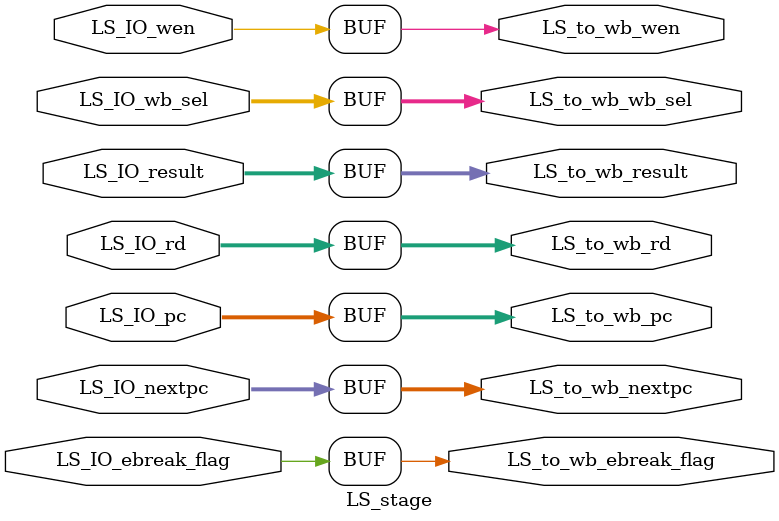
<source format=sv>
module LS_stage(	// @[<stdin>:946:3]
  input         LS_IO_ebreak_flag,	// @[playground/src/LS_stage.scala:6:12]
  input  [1:0]  LS_IO_wb_sel,	// @[playground/src/LS_stage.scala:6:12]
  input         LS_IO_wen,	// @[playground/src/LS_stage.scala:6:12]
  input  [4:0]  LS_IO_rd,	// @[playground/src/LS_stage.scala:6:12]
  input  [31:0] LS_IO_result,	// @[playground/src/LS_stage.scala:6:12]
                LS_IO_nextpc,	// @[playground/src/LS_stage.scala:6:12]
                LS_IO_pc,	// @[playground/src/LS_stage.scala:6:12]
  output        LS_to_wb_ebreak_flag,	// @[playground/src/LS_stage.scala:6:12]
  output [1:0]  LS_to_wb_wb_sel,	// @[playground/src/LS_stage.scala:6:12]
  output        LS_to_wb_wen,	// @[playground/src/LS_stage.scala:6:12]
  output [4:0]  LS_to_wb_rd,	// @[playground/src/LS_stage.scala:6:12]
  output [31:0] LS_to_wb_result,	// @[playground/src/LS_stage.scala:6:12]
                LS_to_wb_nextpc,	// @[playground/src/LS_stage.scala:6:12]
                LS_to_wb_pc	// @[playground/src/LS_stage.scala:6:12]
);

  assign LS_to_wb_ebreak_flag = LS_IO_ebreak_flag;	// @[<stdin>:946:3]
  assign LS_to_wb_wb_sel = LS_IO_wb_sel;	// @[<stdin>:946:3]
  assign LS_to_wb_wen = LS_IO_wen;	// @[<stdin>:946:3]
  assign LS_to_wb_rd = LS_IO_rd;	// @[<stdin>:946:3]
  assign LS_to_wb_result = LS_IO_result;	// @[<stdin>:946:3]
  assign LS_to_wb_nextpc = LS_IO_nextpc;	// @[<stdin>:946:3]
  assign LS_to_wb_pc = LS_IO_pc;	// @[<stdin>:946:3]
endmodule


</source>
